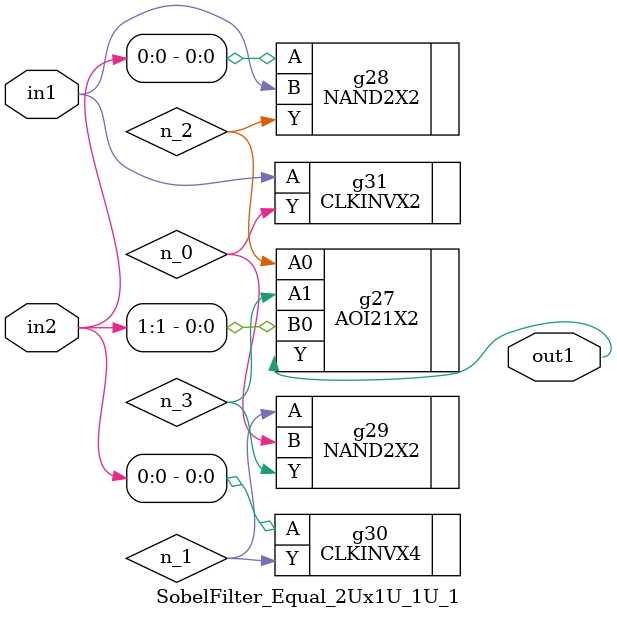
<source format=v>
`timescale 1ps / 1ps


module SobelFilter_Equal_2Ux1U_1U_1(in2, in1, out1);
  input [1:0] in2;
  input in1;
  output out1;
  wire [1:0] in2;
  wire in1;
  wire out1;
  wire n_0, n_1, n_2, n_3;
  AOI21X2 g27(.A0 (n_2), .A1 (n_3), .B0 (in2[1]), .Y (out1));
  NAND2X2 g29(.A (n_1), .B (n_0), .Y (n_3));
  NAND2X2 g28(.A (in2[0]), .B (in1), .Y (n_2));
  CLKINVX4 g30(.A (in2[0]), .Y (n_1));
  CLKINVX2 g31(.A (in1), .Y (n_0));
endmodule



</source>
